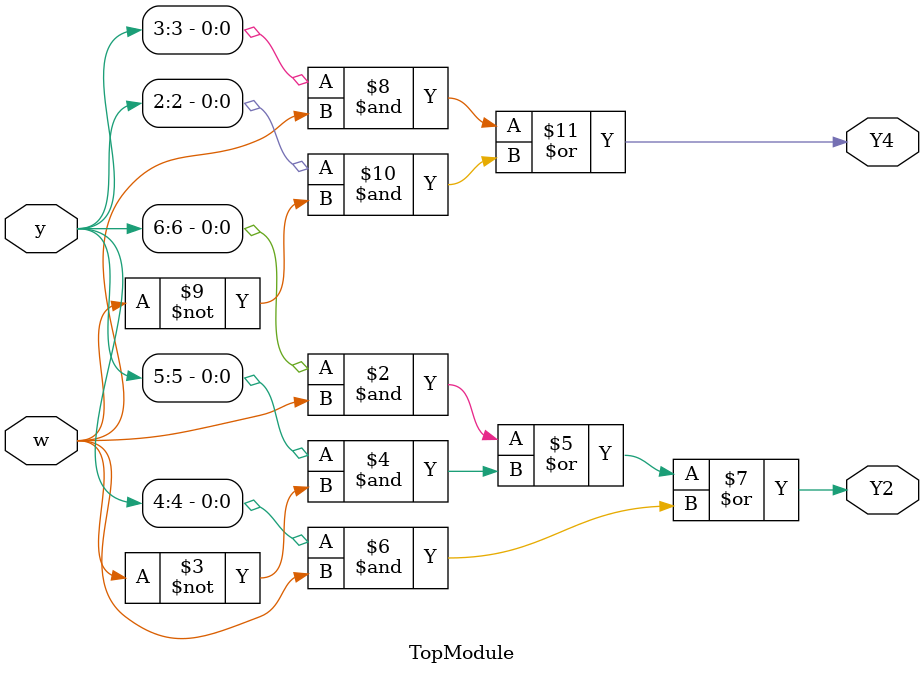
<source format=sv>

module TopModule (
    input [6:1] y,
    input w,
    output reg Y2,
    output reg Y4
);

always @(*) begin
    // Logic for Y2
    Y2 = (y[6] & w) | (y[5] & ~w) | (y[4] & w);
    
    // Logic for Y4
    Y4 = (y[3] & w) | (y[2] & ~w);
end

endmodule

// VERILOG-EVAL: errant inclusion of module definition

</source>
